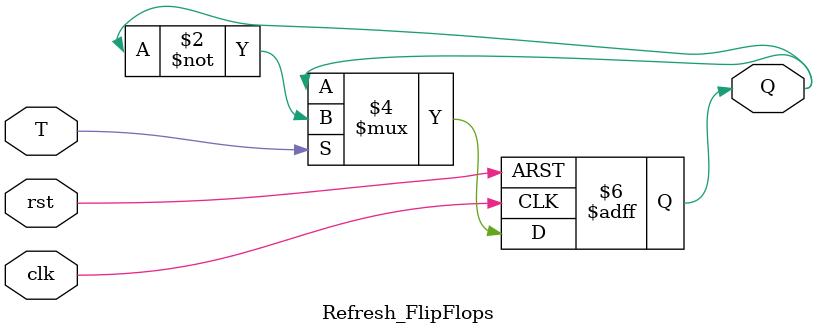
<source format=sv>
`timescale 1ns / 1ps

module Refresh_FlipFlops(clk, rst, T, Q);
    input clk, rst, T; 
	output reg Q;  
  
  always @ (posedge clk or posedge rst) 
   
    if (rst)  
      Q = 1;  
    else if (T)  
      Q = ~Q;  
    else  
      Q = Q;  
endmodule

</source>
